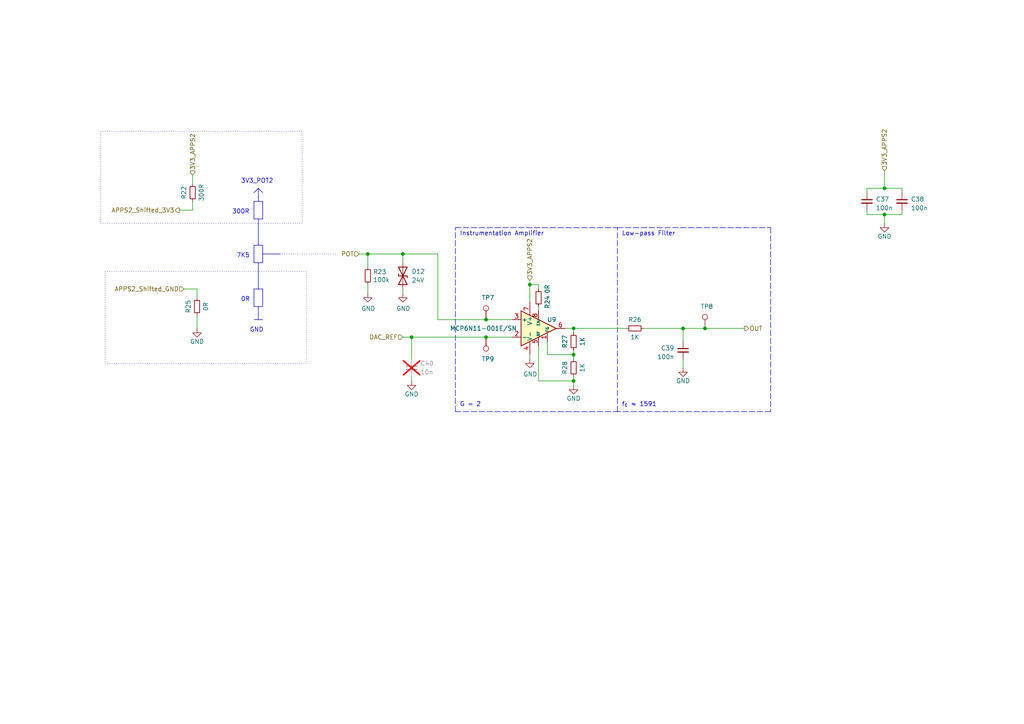
<source format=kicad_sch>
(kicad_sch (version 20250114) (generator "eeschema") (generator_version "9.0")
  (paper "A4")
  (lib_symbols
    (symbol "Connector:TestPoint" (pin_numbers (hide yes)) (pin_names (offset 0.762) (hide yes))
      (property "Reference" "TP" (at 0 6.858 0))
      (property "Value" "TestPoint" (at 0 5.08 0))
      (symbol "TestPoint_0_1"
        (circle (center 0 3.302) (radius 0.762))
      )
      (symbol "TestPoint_1_1"
        (pin passive line (at 0 0 90) (length 2.54) (name "1") (number "1"))
      )
    )
    (symbol "Device:C_Small" (pin_numbers (hide yes)) (pin_names (offset 0.254) (hide yes))
      (property "Reference" "C" (at 0.254 1.778 0))
      (property "Value" "C_Small" (at 0.254 -2.032 0))
      (symbol "C_Small_0_1"
        (polyline (pts (xy -1.524 0.508) (xy 1.524 0.508)) (stroke (width 0.3048)))
        (polyline (pts (xy -1.524 -0.508) (xy 1.524 -0.508)) (stroke (width 0.3302)))
      )
      (symbol "C_Small_1_1"
        (pin passive line (at 0 2.54 270) (length 2.032) (name "~") (number "1"))
        (pin passive line (at 0 -2.54 90) (length 2.032) (name "~") (number "2"))
      )
    )
    (symbol "Device:D_TVS" (pin_numbers (hide yes)) (pin_names (offset 1.016) (hide yes))
      (property "Reference" "D" (at 0 2.54 0))
      (property "Value" "D_TVS" (at 0 -2.54 0))
      (symbol "D_TVS_0_1"
        (polyline (pts (xy -2.54 1.27) (xy -2.54 -1.27) (xy 2.54 1.27) (xy 2.54 -1.27) (xy -2.54 1.27)) (stroke (width 0.254)))
        (polyline (pts (xy 0.508 1.27) (xy 0 1.27) (xy 0 -1.27) (xy -0.508 -1.27)) (stroke (width 0.254)))
        (polyline (pts (xy 1.27 0) (xy -1.27 0)))
      )
      (symbol "D_TVS_1_1"
        (pin passive line (at -3.81 0 0) (length 2.54) (name "A1") (number "1"))
        (pin passive line (at 3.81 0 180) (length 2.54) (name "A2") (number "2"))
      )
    )
    (symbol "Device:R_Small" (pin_numbers (hide yes)) (pin_names (offset 0.254) (hide yes))
      (property "Reference" "R" (at 0.762 0.508 0))
      (property "Value" "R_Small" (at 0.762 -1.016 0))
      (symbol "R_Small_0_1"
        (rectangle (start -0.762 1.778) (end 0.762 -1.778) (stroke (width 0.2032)))
      )
      (symbol "R_Small_1_1"
        (pin passive line (at 0 2.54 270) (length 0.762) (name "~") (number "1"))
        (pin passive line (at 0 -2.54 90) (length 0.762) (name "~") (number "2"))
      )
    )
    (symbol "MCP6N11:MCP6N11" (pin_names (offset 0.127))
      (property "Reference" "U8" (at 3.81 2.54 0))
      (property "Value" "MCP6N11-001E/SN" (at -16.002 0 0))
      (symbol "MCP6N11_0_1"
        (polyline (pts (xy -5.08 5.08) (xy 5.08 0) (xy -5.08 -5.08) (xy -5.08 5.08)) (stroke (width 0.254)) (fill (type background)))
      )
      (symbol "MCP6N11_1_1"
        (pin input line (at -7.62 2.54 0) (length 2.54) (name "+") (number "3"))
        (pin input line (at -7.62 -2.54 0) (length 2.54) (name "-") (number "2"))
        (pin power_in line (at -2.54 7.62 270) (length 3.81) (name "V+") (number "7"))
        (pin power_in line (at -2.54 -7.62 90) (length 3.81) (name "V-") (number "4"))
        (pin input line (at 0 5.08 270) (length 2.54) (name "EN") (number "8"))
        (pin passive line (at 0 -5.08 90) (length 2.54) (name "RF") (number "5"))
        (pin passive line (at 2.54 -3.81 90) (length 2.54) (name "FG") (number "1"))
        (pin output line (at 7.62 0 180) (length 2.54) (name "~") (number "6"))
      )
    )
    (symbol "power:GND" (power) (pin_names (offset 0))
      (property "Value" "GND" (at 0 -3.81 0))
      (symbol "GND_0_1"
        (polyline (pts (xy 0 0) (xy 0 -1.27) (xy 1.27 -1.27) (xy 0 -2.54) (xy -1.27 -1.27) (xy 0 -1.27)))
      )
      (symbol "GND_1_1"
        (pin power_in line (at 0 0 270) (length 0) (hide yes) (name "GND") (number "1"))
      )
    )
  )
  (rectangle (start 30.48 78.74) (end 88.9 105.41) (stroke (width 0) (type dot)))
  (rectangle (start 29.21 38.1) (end 87.63 64.77) (stroke (width 0) (type dot)))
  (text "300R\n" (at 67.31 62.23 0) (effects (font (size 1.27 1.27)) (justify left bottom)))
  (text "3V3_POT2\n" (at 69.85 53.34 0) (effects (font (size 1.27 1.27)) (justify left bottom)))
  (text "Instrumentation Amplifier" (at 133.35 68.58 0) (effects (font (size 1.27 1.27)) (justify left bottom)))
  (text "G = 2" (at 133.35 118.11 0) (effects (font (size 1.27 1.27)) (justify left bottom)))
  (text "f_{c} ≈ 1591\n" (at 180.34 118.11 0) (effects (font (size 1.27 1.27)) (justify left bottom)))
  (text "GND" (at 72.39 96.52 0) (effects (font (size 1.27 1.27)) (justify left bottom)))
  (text "Low-pass Filter" (at 180.34 68.58 0) (effects (font (size 1.27 1.27)) (justify left bottom)))
  (text "7K5\n" (at 68.58 74.93 0) (effects (font (size 1.27 1.27)) (justify left bottom)))
  (text "0R\n" (at 69.85 87.63 0) (effects (font (size 1.27 1.27)) (justify left bottom)))
  (junction (at 166.37 95.25))
  (junction (at 116.84 73.66))
  (junction (at 204.47 95.25))
  (junction (at 198.12 95.25))
  (junction (at 256.54 62.23))
  (junction (at 140.97 92.71))
  (junction (at 166.37 102.87))
  (junction (at 166.37 110.49))
  (junction (at 106.68 73.66))
  (junction (at 140.97 97.79))
  (junction (at 119.38 97.79))
  (junction (at 153.67 82.55))
  (junction (at 256.54 54.61))
  (wire (pts (xy 261.62 54.61) (xy 256.54 54.61)))
  (polyline (pts (xy 76.2 73.66) (xy 81.28 73.66)))
  (wire (pts (xy 55.88 58.42) (xy 55.88 60.96)))
  (polyline (pts (xy 74.93 63.5) (xy 74.93 67.31)))
  (wire (pts (xy 166.37 109.22) (xy 166.37 110.49)))
  (wire (pts (xy 119.38 97.79) (xy 119.38 104.14)))
  (wire (pts (xy 116.84 73.66) (xy 127 73.66)))
  (wire (pts (xy 166.37 95.25) (xy 166.37 96.52)))
  (wire (pts (xy 127 92.71) (xy 140.97 92.71)))
  (polyline (pts (xy 76.2 76.2) (xy 76.2 71.12)))
  (wire (pts (xy 140.97 92.71) (xy 148.59 92.71)))
  (wire (pts (xy 153.67 82.55) (xy 156.21 82.55)))
  (polyline (pts (xy 132.08 66.04) (xy 179.07 66.04)) (stroke (width 0) (type dash)))
  (polyline (pts (xy 73.66 58.42) (xy 73.66 59.69)))
  (wire (pts (xy 256.54 64.77) (xy 256.54 62.23)))
  (polyline (pts (xy 73.66 85.09) (xy 73.66 88.9)))
  (polyline (pts (xy 73.66 92.71) (xy 76.2 92.71)))
  (wire (pts (xy 261.62 62.23) (xy 256.54 62.23)))
  (wire (pts (xy 104.14 73.66) (xy 106.68 73.66)))
  (wire (pts (xy 158.75 99.06) (xy 158.75 102.87)))
  (polyline (pts (xy 76.2 83.82) (xy 73.66 83.82)))
  (polyline (pts (xy 73.66 55.88) (xy 74.93 54.61)))
  (polyline (pts (xy 74.93 80.01) (xy 74.93 83.82)))
  (wire (pts (xy 119.38 109.22) (xy 119.38 110.49)))
  (polyline (pts (xy 223.52 119.38) (xy 179.07 119.38)) (stroke (width 0) (type dash)))
  (wire (pts (xy 256.54 54.61) (xy 256.54 49.53)))
  (wire (pts (xy 204.47 95.25) (xy 198.12 95.25)))
  (wire (pts (xy 251.46 54.61) (xy 251.46 55.88)))
  (wire (pts (xy 153.67 82.55) (xy 153.67 87.63)))
  (polyline (pts (xy 76.2 71.12) (xy 73.66 71.12)))
  (wire (pts (xy 55.88 50.8) (xy 55.88 53.34)))
  (wire (pts (xy 153.67 81.28) (xy 153.67 82.55)))
  (wire (pts (xy 166.37 102.87) (xy 166.37 104.14)))
  (polyline (pts (xy 73.66 88.9) (xy 76.2 88.9)))
  (wire (pts (xy 53.34 83.82) (xy 57.15 83.82)))
  (wire (pts (xy 55.88 60.96) (xy 52.07 60.96)))
  (polyline (pts (xy 179.07 66.04) (xy 223.52 66.04)) (stroke (width 0) (type dash)))
  (wire (pts (xy 106.68 82.55) (xy 106.68 85.09)))
  (wire (pts (xy 57.15 91.44) (xy 57.15 95.25)))
  (polyline (pts (xy 74.93 67.31) (xy 74.93 71.12)))
  (polyline (pts (xy 74.93 54.61) (xy 74.93 58.42)))
  (polyline (pts (xy 74.93 88.9) (xy 74.93 92.71)))
  (polyline (pts (xy 73.66 59.69) (xy 73.66 63.5)))
  (polyline (pts (xy 73.66 63.5) (xy 76.2 63.5)))
  (wire (pts (xy 163.83 95.25) (xy 166.37 95.25)))
  (polyline (pts (xy 132.08 119.38) (xy 132.08 66.04)) (stroke (width 0) (type dash)))
  (polyline (pts (xy 76.2 63.5) (xy 76.2 58.42)))
  (wire (pts (xy 156.21 110.49) (xy 166.37 110.49)))
  (wire (pts (xy 57.15 86.36) (xy 57.15 83.82)))
  (wire (pts (xy 119.38 97.79) (xy 140.97 97.79)))
  (wire (pts (xy 204.47 95.25) (xy 215.9 95.25)))
  (polyline (pts (xy 74.93 54.61) (xy 76.2 55.88)))
  (polyline (pts (xy 73.66 83.82) (xy 73.66 85.09)))
  (wire (pts (xy 140.97 97.79) (xy 148.59 97.79)))
  (wire (pts (xy 156.21 82.55) (xy 156.21 83.82)))
  (wire (pts (xy 261.62 60.96) (xy 261.62 62.23)))
  (wire (pts (xy 261.62 55.88) (xy 261.62 54.61)))
  (wire (pts (xy 106.68 73.66) (xy 116.84 73.66)))
  (polyline (pts (xy 73.66 71.12) (xy 73.66 72.39)))
  (polyline (pts (xy 76.2 88.9) (xy 76.2 83.82)))
  (wire (pts (xy 251.46 60.96) (xy 251.46 62.23)))
  (wire (pts (xy 251.46 54.61) (xy 256.54 54.61)))
  (wire (pts (xy 116.84 76.2) (xy 116.84 73.66)))
  (wire (pts (xy 158.75 102.87) (xy 166.37 102.87)))
  (wire (pts (xy 127 73.66) (xy 127 92.71)))
  (polyline (pts (xy 73.66 72.39) (xy 73.66 76.2)))
  (wire (pts (xy 119.38 97.79) (xy 116.84 97.79)))
  (polyline (pts (xy 81.28 73.66) (xy 97.79 73.66)) (stroke (width 0) (type dot)))
  (wire (pts (xy 156.21 88.9) (xy 156.21 90.17)))
  (wire (pts (xy 186.69 95.25) (xy 198.12 95.25)))
  (wire (pts (xy 198.12 95.25) (xy 198.12 99.06)))
  (polyline (pts (xy 74.93 76.2) (xy 74.93 80.01)))
  (wire (pts (xy 166.37 95.25) (xy 181.61 95.25)))
  (wire (pts (xy 166.37 110.49) (xy 166.37 111.76)))
  (wire (pts (xy 251.46 62.23) (xy 256.54 62.23)))
  (polyline (pts (xy 73.66 76.2) (xy 76.2 76.2)))
  (polyline (pts (xy 179.07 119.38) (xy 179.07 66.04)) (stroke (width 0) (type dash)))
  (polyline (pts (xy 223.52 66.04) (xy 223.52 119.38)) (stroke (width 0) (type dash)))
  (wire (pts (xy 153.67 104.14) (xy 153.67 102.87)))
  (wire (pts (xy 166.37 101.6) (xy 166.37 102.87)))
  (wire (pts (xy 106.68 77.47) (xy 106.68 73.66)))
  (wire (pts (xy 116.84 85.09) (xy 116.84 83.82)))
  (polyline (pts (xy 76.2 58.42) (xy 73.66 58.42)))
  (wire (pts (xy 156.21 100.33) (xy 156.21 110.49)))
  (wire (pts (xy 198.12 104.14) (xy 198.12 106.68)))
  (polyline (pts (xy 132.08 119.38) (xy 179.07 119.38)) (stroke (width 0) (type dash)))
  (hierarchical_label "APPS2_Shifted_GND" (shape input) (at 53.34 83.82 180))
  (hierarchical_label "OUT" (shape output) (at 215.9 95.25 0))
  (hierarchical_label "POT" (shape input) (at 104.14 73.66 180))
  (hierarchical_label "DAC_REF" (shape input) (at 116.84 97.79 180))
  (hierarchical_label "3V3_APPS2" (shape input) (at 256.54 49.53 90))
  (hierarchical_label "3V3_APPS2" (shape input) (at 153.67 81.28 90))
  (hierarchical_label "3V3_APPS2" (shape input) (at 55.88 50.8 90))
  (hierarchical_label "APPS2_Shifted_3V3" (shape output) (at 52.07 60.96 180))
  (symbol (lib_id "Device:R_Small") (at 184.15 95.25 90) (unit 1)
    (property "Reference" "R26" (at 184.15 92.71 90))
    (property "Value" "1K" (at 184.15 97.79 90))
    (property "Footprint" "Resistor_SMD:R_0603_1608Metric_Pad0.98x0.95mm_HandSolder" (effects (hide yes)))
  )
  (symbol (lib_id "Device:C_Small") (at 198.12 101.6 0) (mirror y) (unit 1)
    (property "Reference" "C39" (at 195.58 100.9713 0) (effects (justify left)))
    (property "Value" "100n" (at 195.58 103.5113 0) (effects (justify left)))
    (property "Footprint" "Capacitor_SMD:C_0603_1608Metric_Pad1.08x0.95mm_HandSolder" (effects (hide yes)))
  )
  (symbol (lib_id "Device:C_Small") (at 251.46 58.42 0) (unit 1)
    (property "Reference" "C37" (at 254 57.7913 0) (effects (justify left)))
    (property "Value" "100n" (at 254 60.3313 0) (effects (justify left)))
    (property "Footprint" "Capacitor_SMD:C_0603_1608Metric_Pad1.08x0.95mm_HandSolder" (effects (hide yes)))
  )
  (symbol (lib_id "Device:C_Small") (at 261.62 58.42 0) (unit 1)
    (property "Reference" "C38" (at 264.16 57.7913 0) (effects (justify left)))
    (property "Value" "100n" (at 264.16 60.3313 0) (effects (justify left)))
    (property "Footprint" "Capacitor_SMD:C_0603_1608Metric_Pad1.08x0.95mm_HandSolder" (effects (hide yes)))
  )
  (symbol (lib_id "Device:R_Small") (at 166.37 99.06 180) (unit 1)
    (property "Reference" "R27" (at 163.83 99.06 90))
    (property "Value" "1K" (at 168.91 99.06 90))
    (property "Footprint" "Resistor_SMD:R_0603_1608Metric_Pad0.98x0.95mm_HandSolder" (effects (hide yes)))
  )
  (symbol (lib_id "Device:R_Small") (at 55.88 55.88 180) (unit 1)
    (property "Reference" "R22" (at 53.34 55.88 90))
    (property "Value" "300R" (at 58.42 55.88 90))
    (property "Footprint" "Resistor_SMD:R_0603_1608Metric_Pad0.98x0.95mm_HandSolder" (effects (hide yes)))
  )
  (symbol (lib_id "Device:R_Small") (at 166.37 106.68 180) (unit 1)
    (property "Reference" "R28" (at 163.83 106.68 90))
    (property "Value" "1K" (at 168.91 106.68 90))
    (property "Footprint" "Resistor_SMD:R_0603_1608Metric_Pad0.98x0.95mm_HandSolder" (effects (hide yes)))
  )
  (symbol (lib_id "power:GND") (at 198.12 106.68 0) (unit 1)
    (property "Reference" "#PWR079" (effects (hide yes)))
    (property "Value" "GND" (at 198.12 110.49 0))
  )
  (symbol (lib_id "Device:C_Small") (at 119.38 106.68 0) (unit 1) (dnp yes)
    (property "Reference" "C40" (at 121.92 105.41 0) (effects (justify left)))
    (property "Value" "10n" (at 121.92 107.95 0) (effects (justify left)))
    (property "Footprint" "Capacitor_SMD:C_0603_1608Metric_Pad1.08x0.95mm_HandSolder" (effects (hide yes)))
  )
  (symbol (lib_id "power:GND") (at 57.15 95.25 0) (unit 1)
    (property "Reference" "#PWR077" (effects (hide yes)))
    (property "Value" "GND" (at 57.15 99.06 0))
  )
  (symbol (lib_id "power:GND") (at 256.54 64.77 0) (unit 1)
    (property "Reference" "#PWR074" (effects (hide yes)))
    (property "Value" "GND" (at 256.54 68.58 0))
  )
  (symbol (lib_id "Device:R_Small") (at 57.15 88.9 180) (unit 1)
    (property "Reference" "R25" (at 54.61 88.9 90))
    (property "Value" "0R" (at 59.69 88.9 90))
    (property "Footprint" "Resistor_SMD:R_0603_1608Metric_Pad0.98x0.95mm_HandSolder" (effects (hide yes)))
  )
  (symbol (lib_id "Device:R_Small") (at 156.21 86.36 180) (unit 1)
    (property "Reference" "R24" (at 158.75 87.63 90))
    (property "Value" "0R" (at 158.75 83.82 90))
    (property "Footprint" "Resistor_SMD:R_0603_1608Metric_Pad0.98x0.95mm_HandSolder" (effects (hide yes)))
  )
  (symbol (lib_id "power:GND") (at 106.68 85.09 0) (unit 1)
    (property "Reference" "#PWR075" (effects (hide yes)))
    (property "Value" "GND" (at 106.807 89.4842 0))
  )
  (symbol (lib_id "MCP6N11:MCP6N11") (at 156.21 95.25 0) (unit 1)
    (property "Reference" "U9" (at 160.02 92.71 0))
    (property "Value" "MCP6N11-001E/SN" (at 140.208 95.25 0))
    (property "Footprint" "Package_SO:SOIC-8_3.9x4.9mm_P1.27mm" (effects (hide yes)))
    (property "Datasheet" "https://ww1.microchip.com/downloads/en/DeviceDoc/25073A.pdf" (effects (hide yes)))
  )
  (symbol (lib_id "power:GND") (at 119.38 110.49 0) (unit 1)
    (property "Reference" "#PWR080" (effects (hide yes)))
    (property "Value" "GND" (at 119.38 114.3 0))
  )
  (symbol (lib_id "power:GND") (at 153.67 104.14 0) (unit 1)
    (property "Reference" "#PWR078" (effects (hide yes)))
    (property "Value" "GND" (at 153.797 108.5342 0))
  )
  (symbol (lib_id "Device:D_TVS") (at 116.84 80.01 90) (unit 1)
    (property "Reference" "D12" (at 119.38 78.74 90) (effects (justify right)))
    (property "Value" "24V" (at 119.38 81.28 90) (effects (justify right)))
    (property "Footprint" "Diode_SMD:D_0603_1608Metric_Pad1.05x0.95mm_HandSolder" (effects (hide yes)))
  )
  (symbol (lib_id "Connector:TestPoint") (at 204.47 95.25 0) (unit 1)
    (property "Reference" "TP8" (at 203.2 88.9 0) (effects (justify left)))
    (property "Value" "APPS_OUT" (effects (hide yes)))
    (property "Footprint" "TestPoint:TestPoint_THTPad_D1.0mm_Drill0.5mm" (effects (hide yes)))
  )
  (symbol (lib_id "Device:R_Small") (at 106.68 80.01 0) (unit 1)
    (property "Reference" "R23" (at 108.1786 78.8416 0) (effects (justify left)))
    (property "Value" "100k" (at 108.1786 81.153 0) (effects (justify left)))
    (property "Footprint" "Resistor_SMD:R_0603_1608Metric_Pad0.98x0.95mm_HandSolder" (effects (hide yes)))
  )
  (symbol (lib_id "Connector:TestPoint") (at 140.97 97.79 180) (unit 1)
    (property "Reference" "TP9" (at 139.7 104.14 0) (effects (justify right)))
    (property "Value" "APPS_N" (effects (hide yes)))
    (property "Footprint" "TestPoint:TestPoint_THTPad_D1.0mm_Drill0.5mm" (effects (hide yes)))
  )
  (symbol (lib_id "power:GND") (at 116.84 85.09 0) (unit 1)
    (property "Reference" "#PWR076" (effects (hide yes)))
    (property "Value" "GND" (at 116.967 89.4842 0))
  )
  (symbol (lib_id "power:GND") (at 166.37 111.76 0) (unit 1)
    (property "Reference" "#PWR081" (effects (hide yes)))
    (property "Value" "GND" (at 166.37 115.57 0))
  )
  (symbol (lib_id "Connector:TestPoint") (at 140.97 92.71 0) (unit 1)
    (property "Reference" "TP7" (at 139.7 86.36 0) (effects (justify left)))
    (property "Value" "APPS_P" (effects (hide yes)))
    (property "Footprint" "TestPoint:TestPoint_THTPad_D1.0mm_Drill0.5mm" (effects (hide yes)))
  )
)
</source>
